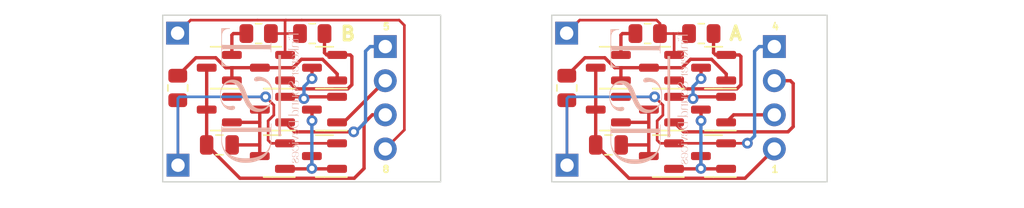
<source format=kicad_pcb>
(kicad_pcb (version 20211014) (generator pcbnew)
  (layers (0 "F.Cu" signal) (31 "B.Cu" signal) (34 "B.Paste" user) (35 "F.Paste" user) (36 "B.SilkS" user "B.Silkscreen") (37 "F.SilkS" user "F.Silkscreen") (38 "B.Mask" user) (39 "F.Mask" user) (44 "Edge.Cuts" user))
  (net 0 "")
  (net 1 "Net-(C1-Pad1)")
  (net 2 "OUT 1")
  (net 3 "IN+ 1")
  (net 4 "Net-(Q1-Pad2)")
  (net 5 "Net-(Q2-Pad1)")
  (net 6 "V-")
  (net 7 "Net-(Q3-Pad1)")
  (net 8 "Net-(Q3-Pad2)")
  (net 9 "IN- 1")
  (net 10 "V+")
  (net 11 "Net-(Q7-Pad2)")
  (footprint "Package_TO_SOT_SMD:SOT-23" (layer "F.Cu") (at 112.0825 82.331463 180)
    (fp_text reference "Q3" hide)
    (fp_text value "BC859")
    (pad "1" smd roundrect locked (at -0.9375 -0.95 180) (size 1.475 0.6) (layers "F.Cu" "F.Paste" "F.Mask") (net 7 "Net-(Q3-Pad1)"))
    (pad "2" smd roundrect locked (at -0.9375 0.95 180) (size 1.475 0.6) (layers "F.Cu" "F.Paste" "F.Mask") (net 8 "Net-(Q3-Pad2)"))
    (pad "3" smd roundrect locked (at 0.9375 0 180) (size 1.475 0.6) (layers "F.Cu" "F.Paste" "F.Mask") (net 4 "Net-(Q1-Pad2)"))
  )
  (footprint "Resistor_SMD:R_0805_2012Metric" (layer "F.Cu") (at 130.1125 83.84 -90)
    (fp_text reference "R2" hide)
    (fp_text value "22K")
    (pad "1" smd roundrect locked (at -0.9125 0 270) (size 1.025 1.4) (layers "F.Cu" "F.Paste" "F.Mask") (roundrect_rratio 0.243902) (net 7 "Net-(Q3-Pad1)"))
    (pad "2" smd roundrect locked (at 0.9125 0 270) (size 1.025 1.4) (layers "F.Cu" "F.Paste" "F.Mask") (roundrect_rratio 0.243902) (net 6 "V-"))
  )
  (footprint "Package_TO_SOT_SMD:SOT-23" (layer "F.Cu") (at 112.0725 85.45 180)
    (fp_text reference "Q5" hide)
    (fp_text value "BC859")
    (pad "1" smd roundrect locked (at -0.9375 -0.95 180) (size 1.475 0.6) (layers "F.Cu" "F.Paste" "F.Mask") (net 9 "IN- 1"))
    (pad "2" smd roundrect locked (at -0.9375 0.95 180) (size 1.475 0.6) (layers "F.Cu" "F.Paste" "F.Mask") (net 4 "Net-(Q1-Pad2)"))
    (pad "3" smd roundrect locked (at 0.9375 0 180) (size 1.475 0.6) (layers "F.Cu" "F.Paste" "F.Mask") (net 5 "Net-(Q2-Pad1)"))
  )
  (footprint "Package_TO_SOT_SMD:SOT-23" (layer "F.Cu") (at 137.1525 88.91 180)
    (fp_text reference "Q2" hide)
    (fp_text value "BC849")
    (pad "1" smd roundrect locked (at -0.9375 -0.95 180) (size 1.475 0.6) (layers "F.Cu" "F.Paste" "F.Mask") (net 5 "Net-(Q2-Pad1)"))
    (pad "2" smd roundrect locked (at -0.9375 0.95 180) (size 1.475 0.6) (layers "F.Cu" "F.Paste" "F.Mask") (net 6 "V-"))
    (pad "3" smd roundrect locked (at 0.9375 0 180) (size 1.475 0.6) (layers "F.Cu" "F.Paste" "F.Mask") (net 1 "Net-(C1-Pad1)"))
  )
  (footprint "Connector_PinHeader_2.54mm:PinHeader_1x01_P2.54mm_Vertical" (layer "F.Cu") (at 101.17 89.59)
    (fp_text reference "REF**" hide)
    (fp_text value "PinHeader_1x01_P2.54mm_Vertical")
    (pad "1" thru_hole rect (at 0 0) (size 1.7 1.7) (drill 1) (layers *.Cu *.Mask) (net 6 "V-"))
  )
  (footprint "Resistor_SMD:R_0805_2012Metric" (layer "F.Cu") (at 107.1725 79.79 180)
    (fp_text reference "R3" hide)
    (fp_text value "68R")
    (pad "1" smd roundrect locked (at -0.9125 0 180) (size 1.025 1.4) (layers "F.Cu" "F.Paste" "F.Mask") (roundrect_rratio 0.243902) (net 10 "V+"))
    (pad "2" smd roundrect locked (at 0.9125 0 180) (size 1.025 1.4) (layers "F.Cu" "F.Paste" "F.Mask") (roundrect_rratio 0.243902) (net 11 "Net-(Q7-Pad2)"))
  )
  (footprint "Package_TO_SOT_SMD:SOT-23" (layer "F.Cu") (at 112.0725 88.91 180)
    (fp_text reference "Q4" hide)
    (fp_text value "BC849")
    (pad "1" smd roundrect locked (at -0.9375 -0.95 180) (size 1.475 0.6) (layers "F.Cu" "F.Paste" "F.Mask") (net 5 "Net-(Q2-Pad1)"))
    (pad "2" smd roundrect locked (at -0.9375 0.95 180) (size 1.475 0.6) (layers "F.Cu" "F.Paste" "F.Mask") (net 6 "V-"))
    (pad "3" smd roundrect locked (at 0.9375 0 180) (size 1.475 0.6) (layers "F.Cu" "F.Paste" "F.Mask") (net 5 "Net-(Q2-Pad1)"))
  )
  (footprint "Package_TO_SOT_SMD:SOT-23" (layer "F.Cu") (at 141.0325 85.45 180)
    (fp_text reference "Q5" hide)
    (fp_text value "BC859")
    (pad "1" smd roundrect locked (at -0.9375 -0.95 180) (size 1.475 0.6) (layers "F.Cu" "F.Paste" "F.Mask") (net 9 "IN- 1"))
    (pad "2" smd roundrect locked (at -0.9375 0.95 180) (size 1.475 0.6) (layers "F.Cu" "F.Paste" "F.Mask") (net 4 "Net-(Q1-Pad2)"))
    (pad "3" smd roundrect locked (at 0.9375 0 180) (size 1.475 0.6) (layers "F.Cu" "F.Paste" "F.Mask") (net 5 "Net-(Q2-Pad1)"))
  )
  (footprint "Package_TO_SOT_SMD:SOT-23" (layer "F.Cu") (at 137.1625 85.45 180)
    (fp_text reference "Q1" hide)
    (fp_text value "BC859")
    (pad "1" smd roundrect locked (at -0.9375 -0.95 180) (size 1.475 0.6) (layers "F.Cu" "F.Paste" "F.Mask") (net 3 "IN+ 1"))
    (pad "2" smd roundrect locked (at -0.9375 0.95 180) (size 1.475 0.6) (layers "F.Cu" "F.Paste" "F.Mask") (net 4 "Net-(Q1-Pad2)"))
    (pad "3" smd roundrect locked (at 0.9375 0 180) (size 1.475 0.6) (layers "F.Cu" "F.Paste" "F.Mask") (net 1 "Net-(C1-Pad1)"))
  )
  (footprint "Package_TO_SOT_SMD:SOT-23" (layer "F.Cu") (at 108.2025 82.331463 180)
    (fp_text reference "Q6" hide)
    (fp_text value "BC859")
    (pad "1" smd roundrect locked (at -0.9375 -0.95 180) (size 1.475 0.6) (layers "F.Cu" "F.Paste" "F.Mask") (net 8 "Net-(Q3-Pad2)"))
    (pad "2" smd roundrect locked (at -0.9375 0.95 180) (size 1.475 0.6) (layers "F.Cu" "F.Paste" "F.Mask") (net 10 "V+"))
    (pad "3" smd roundrect locked (at 0.9375 0 180) (size 1.475 0.6) (layers "F.Cu" "F.Paste" "F.Mask") (net 7 "Net-(Q3-Pad1)"))
  )
  (footprint "Connector_PinHeader_2.54mm:PinHeader_1x01_P2.54mm_Vertical" (layer "F.Cu") (at 130.13 89.59)
    (fp_text reference "REF**" hide)
    (fp_text value "PinHeader_1x01_P2.54mm_Vertical")
    (pad "1" thru_hole rect (at 0 0) (size 1.7 1.7) (drill 1) (layers *.Cu *.Mask) (net 6 "V-"))
  )
  (footprint "Capacitor_SMD:C_0805_2012Metric" (layer "F.Cu") (at 133.2125 88.08 180)
    (fp_text reference "C1" hide)
    (fp_text value "68p")
    (pad "1" smd roundrect locked (at -0.95 0 180) (size 1 1.45) (layers "F.Cu" "F.Paste" "F.Mask") (net 1 "Net-(C1-Pad1)"))
    (pad "2" smd roundrect locked (at 0.95 0 180) (size 1 1.45) (layers "F.Cu" "F.Paste" "F.Mask") (net 2 "OUT 1"))
  )
  (footprint "Package_TO_SOT_SMD:SOT-23" (layer "F.Cu") (at 104.2425 85.45 180)
    (fp_text reference "Q8" hide)
    (fp_text value "BC849")
    (pad "1" smd roundrect locked (at -0.9375 -0.95 180) (size 1.475 0.6) (layers "F.Cu" "F.Paste" "F.Mask") (net 1 "Net-(C1-Pad1)"))
    (pad "2" smd roundrect locked (at -0.9375 0.95 180) (size 1.475 0.6) (layers "F.Cu" "F.Paste" "F.Mask") (net 6 "V-"))
    (pad "3" smd roundrect locked (at 0.9375 0 180) (size 1.475 0.6) (layers "F.Cu" "F.Paste" "F.Mask") (net 2 "OUT 1"))
  )
  (footprint "Resistor_SMD:R_0805_2012Metric" (layer "F.Cu") (at 140.1225 79.79)
    (fp_text reference "R1" hide)
    (fp_text value "1K8")
    (pad "1" smd roundrect locked (at -0.9125 0) (size 1.025 1.4) (layers "F.Cu" "F.Paste" "F.Mask") (roundrect_rratio 0.243902) (net 10 "V+"))
    (pad "2" smd roundrect locked (at 0.9125 0) (size 1.025 1.4) (layers "F.Cu" "F.Paste" "F.Mask") (roundrect_rratio 0.243902) (net 8 "Net-(Q3-Pad2)"))
  )
  (footprint "Package_TO_SOT_SMD:SOT-23" (layer "F.Cu") (at 104.2425 82.331463 180)
    (fp_text reference "Q7" hide)
    (fp_text value "BC859")
    (pad "1" smd roundrect locked (at -0.9375 -0.95 180) (size 1.475 0.6) (layers "F.Cu" "F.Paste" "F.Mask") (net 7 "Net-(Q3-Pad1)"))
    (pad "2" smd roundrect locked (at -0.9375 0.95 180) (size 1.475 0.6) (layers "F.Cu" "F.Paste" "F.Mask") (net 11 "Net-(Q7-Pad2)"))
    (pad "3" smd roundrect locked (at 0.9375 0 180) (size 1.475 0.6) (layers "F.Cu" "F.Paste" "F.Mask") (net 2 "OUT 1"))
  )
  (footprint "Package_TO_SOT_SMD:SOT-23" (layer "F.Cu") (at 133.2025 85.45 180)
    (fp_text reference "Q8" hide)
    (fp_text value "BC849")
    (pad "1" smd roundrect locked (at -0.9375 -0.95 180) (size 1.475 0.6) (layers "F.Cu" "F.Paste" "F.Mask") (net 1 "Net-(C1-Pad1)"))
    (pad "2" smd roundrect locked (at -0.9375 0.95 180) (size 1.475 0.6) (layers "F.Cu" "F.Paste" "F.Mask") (net 6 "V-"))
    (pad "3" smd roundrect locked (at 0.9375 0 180) (size 1.475 0.6) (layers "F.Cu" "F.Paste" "F.Mask") (net 2 "OUT 1"))
  )
  (footprint "Package_TO_SOT_SMD:SOT-23" (layer "F.Cu") (at 133.2025 82.331463 180)
    (fp_text reference "Q7" hide)
    (fp_text value "BC859")
    (pad "1" smd roundrect locked (at -0.9375 -0.95 180) (size 1.475 0.6) (layers "F.Cu" "F.Paste" "F.Mask") (net 7 "Net-(Q3-Pad1)"))
    (pad "2" smd roundrect locked (at -0.9375 0.95 180) (size 1.475 0.6) (layers "F.Cu" "F.Paste" "F.Mask") (net 11 "Net-(Q7-Pad2)"))
    (pad "3" smd roundrect locked (at 0.9375 0 180) (size 1.475 0.6) (layers "F.Cu" "F.Paste" "F.Mask") (net 2 "OUT 1"))
  )
  (footprint "Package_TO_SOT_SMD:SOT-23" (layer "F.Cu") (at 141.0325 88.91 180)
    (fp_text reference "Q4" hide)
    (fp_text value "BC849")
    (pad "1" smd roundrect locked (at -0.9375 -0.95 180) (size 1.475 0.6) (layers "F.Cu" "F.Paste" "F.Mask") (net 5 "Net-(Q2-Pad1)"))
    (pad "2" smd roundrect locked (at -0.9375 0.95 180) (size 1.475 0.6) (layers "F.Cu" "F.Paste" "F.Mask") (net 6 "V-"))
    (pad "3" smd roundrect locked (at 0.9375 0 180) (size 1.475 0.6) (layers "F.Cu" "F.Paste" "F.Mask") (net 5 "Net-(Q2-Pad1)"))
  )
  (footprint "Resistor_SMD:R_0805_2012Metric" (layer "F.Cu") (at 136.1325 79.79 180)
    (fp_text reference "R3" hide)
    (fp_text value "68R")
    (pad "1" smd roundrect locked (at -0.9125 0 180) (size 1.025 1.4) (layers "F.Cu" "F.Paste" "F.Mask") (roundrect_rratio 0.243902) (net 10 "V+"))
    (pad "2" smd roundrect locked (at 0.9125 0 180) (size 1.025 1.4) (layers "F.Cu" "F.Paste" "F.Mask") (roundrect_rratio 0.243902) (net 11 "Net-(Q7-Pad2)"))
  )
  (footprint "Resistor_SMD:R_0805_2012Metric" (layer "F.Cu") (at 101.1525 83.84 -90)
    (fp_text reference "R2" hide)
    (fp_text value "22K")
    (pad "1" smd roundrect locked (at -0.9125 0 270) (size 1.025 1.4) (layers "F.Cu" "F.Paste" "F.Mask") (roundrect_rratio 0.243902) (net 7 "Net-(Q3-Pad1)"))
    (pad "2" smd roundrect locked (at 0.9125 0 270) (size 1.025 1.4) (layers "F.Cu" "F.Paste" "F.Mask") (roundrect_rratio 0.243902) (net 6 "V-"))
  )
  (footprint "Connector_PinHeader_2.54mm:PinHeader_1x04_P2.54mm_Horizontal" (layer "F.Cu") (at 116.6 80.76)
    (fp_text reference "REF**" hide)
    (fp_text value "PinHeader_1x04_P2.54mm_Horizontal")
    (pad "1" thru_hole rect (at 0 0) (size 1.7 1.7) (drill 1) (layers *.Cu *.Mask) (net 3 "IN+ 1"))
    (pad "2" thru_hole oval (at 0 2.54) (size 1.7 1.7) (drill 1) (layers *.Cu *.Mask) (net 9 "IN- 1"))
    (pad "3" thru_hole oval (at 0 5.08) (size 1.7 1.7) (drill 1) (layers *.Cu *.Mask) (net 2 "OUT 1"))
    (pad "4" thru_hole oval (at 0 7.62) (size 1.7 1.7) (drill 1) (layers *.Cu *.Mask) (net 10 "V+"))
  )
  (footprint "Package_TO_SOT_SMD:SOT-23" (layer "F.Cu") (at 108.1925 88.91 180)
    (fp_text reference "Q2" hide)
    (fp_text value "BC849")
    (pad "1" smd roundrect locked (at -0.9375 -0.95 180) (size 1.475 0.6) (layers "F.Cu" "F.Paste" "F.Mask") (net 5 "Net-(Q2-Pad1)"))
    (pad "2" smd roundrect locked (at -0.9375 0.95 180) (size 1.475 0.6) (layers "F.Cu" "F.Paste" "F.Mask") (net 6 "V-"))
    (pad "3" smd roundrect locked (at 0.9375 0 180) (size 1.475 0.6) (layers "F.Cu" "F.Paste" "F.Mask") (net 1 "Net-(C1-Pad1)"))
  )
  (footprint "Capacitor_SMD:C_0805_2012Metric" (layer "F.Cu") (at 104.2525 88.08 180)
    (fp_text reference "C1" hide)
    (fp_text value "68p")
    (pad "1" smd roundrect locked (at -0.95 0 180) (size 1 1.45) (layers "F.Cu" "F.Paste" "F.Mask") (net 1 "Net-(C1-Pad1)"))
    (pad "2" smd roundrect locked (at 0.95 0 180) (size 1 1.45) (layers "F.Cu" "F.Paste" "F.Mask") (net 2 "OUT 1"))
  )
  (footprint "Connector_PinHeader_2.54mm:PinHeader_1x01_P2.54mm_Vertical" (layer "F.Cu") (at 130.1 79.76)
    (fp_text reference "REF**" hide)
    (fp_text value "PinHeader_1x01_P2.54mm_Vertical")
    (pad "1" thru_hole rect (at 0 0) (size 1.7 1.7) (drill 1) (layers *.Cu *.Mask) (net 10 "V+"))
  )
  (footprint "Package_TO_SOT_SMD:SOT-23" (layer "F.Cu") (at 108.2025 85.45 180)
    (fp_text reference "Q1" hide)
    (fp_text value "BC859")
    (pad "1" smd roundrect locked (at -0.9375 -0.95 180) (size 1.475 0.6) (layers "F.Cu" "F.Paste" "F.Mask") (net 3 "IN+ 1"))
    (pad "2" smd roundrect locked (at -0.9375 0.95 180) (size 1.475 0.6) (layers "F.Cu" "F.Paste" "F.Mask") (net 4 "Net-(Q1-Pad2)"))
    (pad "3" smd roundrect locked (at 0.9375 0 180) (size 1.475 0.6) (layers "F.Cu" "F.Paste" "F.Mask") (net 1 "Net-(C1-Pad1)"))
  )
  (footprint "Resistor_SMD:R_0805_2012Metric" (layer "F.Cu") (at 111.1625 79.79)
    (fp_text reference "R1" hide)
    (fp_text value "1K8")
    (pad "1" smd roundrect locked (at -0.9125 0) (size 1.025 1.4) (layers "F.Cu" "F.Paste" "F.Mask") (roundrect_rratio 0.243902) (net 10 "V+"))
    (pad "2" smd roundrect locked (at 0.9125 0) (size 1.025 1.4) (layers "F.Cu" "F.Paste" "F.Mask") (roundrect_rratio 0.243902) (net 8 "Net-(Q3-Pad2)"))
  )
  (footprint "Connector_PinHeader_2.54mm:PinHeader_1x01_P2.54mm_Vertical" (layer "F.Cu") (at 101.14 79.76)
    (fp_text reference "REF**" hide)
    (fp_text value "PinHeader_1x01_P2.54mm_Vertical")
    (pad "1" thru_hole rect (at 0 0) (size 1.7 1.7) (drill 1) (layers *.Cu *.Mask) (net 10 "V+"))
  )
  (footprint "Package_TO_SOT_SMD:SOT-23" (layer "F.Cu") (at 137.1625 82.331463 180)
    (fp_text reference "Q6" hide)
    (fp_text value "BC859")
    (pad "1" smd roundrect locked (at -0.9375 -0.95 180) (size 1.475 0.6) (layers "F.Cu" "F.Paste" "F.Mask") (net 8 "Net-(Q3-Pad2)"))
    (pad "2" smd roundrect locked (at -0.9375 0.95 180) (size 1.475 0.6) (layers "F.Cu" "F.Paste" "F.Mask") (net 10 "V+"))
    (pad "3" smd roundrect locked (at 0.9375 0 180) (size 1.475 0.6) (layers "F.Cu" "F.Paste" "F.Mask") (net 7 "Net-(Q3-Pad1)"))
  )
  (footprint "Connector_PinHeader_2.54mm:PinHeader_1x04_P2.54mm_Horizontal" (layer "F.Cu") (at 145.56 80.76)
    (fp_text reference "REF**" hide)
    (fp_text value "PinHeader_1x04_P2.54mm_Horizontal")
    (pad "1" thru_hole rect (at 0 0) (size 1.7 1.7) (drill 1) (layers *.Cu *.Mask) (net 6 "V-"))
    (pad "2" thru_hole oval (at 0 2.54) (size 1.7 1.7) (drill 1) (layers *.Cu *.Mask) (net 3 "IN+ 1"))
    (pad "3" thru_hole oval (at 0 5.08) (size 1.7 1.7) (drill 1) (layers *.Cu *.Mask) (net 9 "IN- 1"))
    (pad "4" thru_hole oval (at 0 7.62) (size 1.7 1.7) (drill 1) (layers *.Cu *.Mask) (net 2 "OUT 1"))
  )
  (footprint "Package_TO_SOT_SMD:SOT-23" (layer "F.Cu") (at 141.0425 82.331463 180)
    (fp_text reference "Q3" hide)
    (fp_text value "BC859")
    (pad "1" smd roundrect locked (at -0.9375 -0.95 180) (size 1.475 0.6) (layers "F.Cu" "F.Paste" "F.Mask") (net 7 "Net-(Q3-Pad1)"))
    (pad "2" smd roundrect locked (at -0.9375 0.95 180) (size 1.475 0.6) (layers "F.Cu" "F.Paste" "F.Mask") (net 8 "Net-(Q3-Pad2)"))
    (pad "3" smd roundrect locked (at 0.9375 0 180) (size 1.475 0.6) (layers "F.Cu" "F.Paste" "F.Mask") (net 4 "Net-(Q1-Pad2)"))
  )
  (footprint "Custom Library:Logo_15mm" (layer "B.Cu") (at 136.62 84.58 -90)
    (fp_text reference "G***" hide)
    (fp_text value "LOGO" hide)
  )
  (footprint "Custom Library:Logo_15mm" (layer "B.Cu") (at 107.649479 84.500962 -90)
    (fp_text reference "G***" hide)
    (fp_text value "LOGO" hide)
  )
  (gr_rect (start 149.49 90.83) (end 128.99 78.42) (layer "Edge.Cuts") (width 0.1) (fill none))
  (gr_rect (start 120.72 90.83) (end 100.03 78.42) (layer "Edge.Cuts") (width 0.1) (fill none))
  (gr_text "B" (at 113.82 79.8) (layer "F.SilkS") (effects (font (size 1 1) (thickness 0.25))))
  (gr_text "8" (at 116.65 89.89) (layer "F.SilkS") (effects (font (size 0.5 0.5) (thickness 0.125))))
  (gr_text "5" (at 116.678252 79.27) (layer "F.SilkS") (effects (font (size 0.5 0.5) (thickness 0.125))))
  (gr_text "4" (at 145.638252 79.27) (layer "F.SilkS") (effects (font (size 0.5 0.5) (thickness 0.125))))
  (gr_text "A" (at 142.68 79.78) (layer "F.SilkS") (effects (font (size 1 1) (thickness 0.25))))
  (gr_text "1" (at 145.61 89.89) (layer "F.SilkS") (effects (font (size 0.5 0.5) (thickness 0.125))))
  (segment (start 107.255 86.4175) (end 107.255 85.46) (width 0.25) (layer "F.Cu") (net 1))
  (segment (start 136.1825 88.08) (end 136.215 88.1125) (width 0.25) (layer "F.Cu") (net 1))
  (segment (start 107.255 85.46) (end 107.265 85.45) (width 0.25) (layer "F.Cu") (net 1))
  (segment (start 136.215 85.46) (end 136.225 85.45) (width 0.25) (layer "F.Cu") (net 1))
  (segment (start 105.2025 86.4225) (end 105.18 86.4) (width 0.25) (layer "F.Cu") (net 1))
  (segment (start 136.215 86.4175) (end 136.215 85.46) (width 0.25) (layer "F.Cu") (net 1))
  (segment (start 105.2025 88.08) (end 107.2225 88.08) (width 0.25) (layer "F.Cu") (net 1))
  (segment (start 107.2375 86.4) (end 107.255 86.4175) (width 0.25) (layer "F.Cu") (net 1))
  (segment (start 136.215 88.1125) (end 136.215 86.4175) (width 0.25) (layer "F.Cu") (net 1))
  (segment (start 134.1625 86.4225) (end 134.14 86.4) (width 0.25) (layer "F.Cu") (net 1))
  (segment (start 105.18 86.4) (end 107.2375 86.4) (width 0.25) (layer "F.Cu") (net 1))
  (segment (start 134.14 86.4) (end 136.1975 86.4) (width 0.25) (layer "F.Cu") (net 1))
  (segment (start 134.1625 88.08) (end 136.1825 88.08) (width 0.25) (layer "F.Cu") (net 1))
  (segment (start 107.255 88.91) (end 107.255 88.1125) (width 0.25) (layer "F.Cu") (net 1))
  (segment (start 107.2225 88.08) (end 107.255 88.1125) (width 0.25) (layer "F.Cu") (net 1))
  (segment (start 136.1975 86.4) (end 136.215 86.4175) (width 0.25) (layer "F.Cu") (net 1))
  (segment (start 107.255 88.1125) (end 107.255 86.4175) (width 0.25) (layer "F.Cu") (net 1))
  (segment (start 136.215 88.91) (end 136.215 88.1125) (width 0.25) (layer "F.Cu") (net 1))
  (segment (start 103.3025 85.4525) (end 103.305 85.45) (width 0.25) (layer "F.Cu") (net 2))
  (segment (start 132.2625 88.08) (end 134.7425 90.56) (width 0.25) (layer "F.Cu") (net 2))
  (segment (start 132.2625 88.08) (end 132.2625 85.4525) (width 0.25) (layer "F.Cu") (net 2))
  (segment (start 114.29 90.56) (end 115.02 89.83) (width 0.25) (layer "F.Cu") (net 2))
  (segment (start 132.265 82.331463) (end 132.265 85.45) (width 0.25) (layer "F.Cu") (net 2))
  (segment (start 103.3025 88.08) (end 105.7825 90.56) (width 0.25) (layer "F.Cu") (net 2))
  (segment (start 132.2625 85.4525) (end 132.265 85.45) (width 0.25) (layer "F.Cu") (net 2))
  (segment (start 143.38 90.56) (end 145.56 88.38) (width 0.25) (layer "F.Cu") (net 2))
  (segment (start 115.635 85.84) (end 116.6 85.84) (width 0.25) (layer "F.Cu") (net 2))
  (segment (start 115.02 86.455) (end 115.635 85.84) (width 0.25) (layer "F.Cu") (net 2))
  (segment (start 134.7425 90.56) (end 143.38 90.56) (width 0.25) (layer "F.Cu") (net 2))
  (segment (start 105.7825 90.56) (end 114.29 90.56) (width 0.25) (layer "F.Cu") (net 2))
  (segment (start 103.305 82.331463) (end 103.305 85.45) (width 0.25) (layer "F.Cu") (net 2))
  (segment (start 103.3025 88.08) (end 103.3025 85.4525) (width 0.25) (layer "F.Cu") (net 2))
  (segment (start 115.02 89.83) (end 115.02 86.455) (width 0.25) (layer "F.Cu") (net 2))
  (segment (start 146.965 83.51) (end 146.755 83.3) (width 0.25) (layer "F.Cu") (net 3))
  (segment (start 138.1 86.4) (end 138.805 87.105) (width 0.25) (layer "F.Cu") (net 3))
  (segment (start 138.805 87.105) (end 146.58 87.105) (width 0.25) (layer "F.Cu") (net 3))
  (segment (start 114.36 87.105) (end 114.38 87.085) (width 0.25) (layer "F.Cu") (net 3))
  (segment (start 109.14 86.4) (end 109.76452 87.02452) (width 0.25) (layer "F.Cu") (net 3))
  (segment (start 146.965 86.72) (end 146.965 83.51) (width 0.25) (layer "F.Cu") (net 3))
  (segment (start 109.76452 87.02452) (end 109.845 87.105) (width 0.25) (layer "F.Cu") (net 3))
  (segment (start 111.6 87.105) (end 114.25 87.105) (width 0.25) (layer "F.Cu") (net 3))
  (segment (start 146.58 87.105) (end 146.965 86.72) (width 0.25) (layer "F.Cu") (net 3))
  (segment (start 109.845 87.105) (end 111.6 87.105) (width 0.25) (layer "F.Cu") (net 3))
  (segment (start 146.755 83.3) (end 145.56 83.3) (width 0.25) (layer "F.Cu") (net 3))
  (via (at 114.25 87.105) (size 0.8) (drill 0.4) (layers "F.Cu" "B.Cu") (net 3))
  (segment (start 115.13 86.365) (end 115.13 81.105) (width 0.25) (layer "B.Cu") (net 3))
  (segment (start 115.13 81.105) (end 115.475 80.76) (width 0.25) (layer "B.Cu") (net 3))
  (segment (start 114.39 87.105) (end 115.13 86.365) (width 0.25) (layer "B.Cu") (net 3))
  (segment (start 115.475 80.76) (end 116.6 80.76) (width 0.25) (layer "B.Cu") (net 3))
  (segment (start 114.25 87.105) (end 114.39 87.105) (width 0.25) (layer "B.Cu") (net 3))
  (segment (start 110.417078 84.5) (end 110.547561 84.630483) (width 0.25) (layer "F.Cu") (net 4))
  (segment (start 140.105 82.331463) (end 140.105 83.143298) (width 0.25) (layer "F.Cu") (net 4))
  (segment (start 140.1025 83.29) (end 140.1025 83.217168) (width 0.25) (layer "F.Cu") (net 4))
  (segment (start 141.98 84.5) (end 139.638044 84.5) (width 0.25) (layer "F.Cu") (net 4))
  (segment (start 138.1 84.5) (end 139.377078 84.5) (width 0.25) (layer "F.Cu") (net 4))
  (segment (start 139.377078 84.5) (end 139.507561 84.630483) (width 0.25) (layer "F.Cu") (net 4))
  (segment (start 110.678044 84.5) (end 110.547561 84.630483) (width 0.25) (layer "F.Cu") (net 4))
  (segment (start 111.1425 83.29) (end 111.1425 83.217168) (width 0.25) (layer "F.Cu") (net 4))
  (segment (start 111.145 82.331463) (end 111.145 83.143298) (width 0.25) (layer "F.Cu") (net 4))
  (segment (start 139.638044 84.5) (end 139.507561 84.630483) (width 0.25) (layer "F.Cu") (net 4))
  (segment (start 113.02 84.5) (end 110.678044 84.5) (width 0.25) (layer "F.Cu") (net 4))
  (segment (start 109.14 84.5) (end 110.417078 84.5) (width 0.25) (layer "F.Cu") (net 4))
  (via (at 139.507561 84.630483) (size 0.8) (drill 0.4) (layers "F.Cu" "B.Cu") (net 4))
  (via (at 140.105 83.143298) (size 0.8) (drill 0.4) (layers "F.Cu" "B.Cu") (net 4))
  (via (at 111.145 83.143298) (size 0.8) (drill 0.4) (layers "F.Cu" "B.Cu") (net 4))
  (via (at 110.547561 84.630483) (size 0.8) (drill 0.4) (layers "F.Cu" "B.Cu") (net 4))
  (segment (start 110.547561 84.630483) (end 110.547561 83.740737) (width 0.25) (layer "B.Cu") (net 4))
  (segment (start 110.547561 83.740737) (end 111.145 83.143298) (width 0.25) (layer "B.Cu") (net 4))
  (segment (start 139.507561 84.630483) (end 139.507561 83.740737) (width 0.25) (layer "B.Cu") (net 4))
  (segment (start 139.507561 83.740737) (end 140.105 83.143298) (width 0.25) (layer "B.Cu") (net 4))
  (segment (start 111.1625 89.86) (end 109.13 89.86) (width 0.25) (layer "F.Cu") (net 5))
  (segment (start 140.1225 89.86) (end 138.09 89.86) (width 0.25) (layer "F.Cu") (net 5))
  (segment (start 140.095 89.8325) (end 140.1225 89.86) (width 0.25) (layer "F.Cu") (net 5))
  (segment (start 140.105 86.2775) (end 140.105 85.45) (width 0.25) (layer "F.Cu") (net 5))
  (segment (start 111.135 88.91) (end 111.135 89.8275) (width 0.25) (layer "F.Cu") (net 5))
  (segment (start 141.97 89.86) (end 140.1225 89.86) (width 0.25) (layer "F.Cu") (net 5))
  (segment (start 111.135 89.8275) (end 111.135 89.8325) (width 0.25) (layer "F.Cu") (net 5))
  (segment (start 140.095 88.91) (end 140.095 89.8275) (width 0.25) (layer "F.Cu") (net 5))
  (segment (start 140.095 89.8275) (end 140.095 89.8325) (width 0.25) (layer "F.Cu") (net 5))
  (segment (start 113.01 89.86) (end 111.1625 89.86) (width 0.25) (layer "F.Cu") (net 5))
  (segment (start 111.135 89.8325) (end 111.1625 89.86) (width 0.25) (layer "F.Cu") (net 5))
  (segment (start 111.145 86.2775) (end 111.145 85.45) (width 0.25) (layer "F.Cu") (net 5))
  (via (at 140.095 89.8275) (size 0.8) (drill 0.4) (layers "F.Cu" "B.Cu") (net 5))
  (via (at 111.135 89.8275) (size 0.8) (drill 0.4) (layers "F.Cu" "B.Cu") (net 5))
  (via (at 140.105 86.2775) (size 0.8) (drill 0.4) (layers "F.Cu" "B.Cu") (net 5))
  (via (at 111.145 86.2775) (size 0.8) (drill 0.4) (layers "F.Cu" "B.Cu") (net 5))
  (segment (start 140.095 86.2875) (end 140.095 89.8275) (width 0.25) (layer "B.Cu") (net 5))
  (segment (start 111.145 86.2775) (end 111.135 86.2875) (width 0.25) (layer "B.Cu") (net 5))
  (segment (start 140.105 86.2775) (end 140.095 86.2875) (width 0.25) (layer "B.Cu") (net 5))
  (segment (start 111.135 86.2875) (end 111.135 89.8275) (width 0.25) (layer "B.Cu") (net 5))
  (segment (start 107.88 87.73) (end 108.11 87.96) (width 0.2) (layer "F.Cu") (net 6))
  (segment (start 108.11 87.96) (end 109.13 87.96) (width 0.2) (layer "F.Cu") (net 6))
  (segment (start 141.97 87.96) (end 143.545 87.96) (width 0.2) (layer "F.Cu") (net 6))
  (segment (start 113.01 87.96) (end 109.13 87.96) (width 0.2) (layer "F.Cu") (net 6))
  (segment (start 130.12 84.76) (end 130.1125 84.7525) (width 0.2) (layer "F.Cu") (net 6))
  (segment (start 130.12 89.31) (end 130.12 84.76) (width 0.2) (layer "F.Cu") (net 6))
  (segment (start 143.545 87.96) (end 143.555 87.95) (width 0.2) (layer "F.Cu") (net 6))
  (segment (start 141.97 87.96) (end 138.09 87.96) (width 0.2) (layer "F.Cu") (net 6))
  (segment (start 108.30202 85.113803) (end 108.30202 85.864763) (width 0.2) (layer "F.Cu") (net 6))
  (segment (start 108.30202 85.864763) (end 107.88 86.286783) (width 0.2) (layer "F.Cu") (net 6))
  (segment (start 107.88 86.286783) (end 107.88 87.73) (width 0.2) (layer "F.Cu") (net 6))
  (segment (start 105.18 84.5) (end 107.688217 84.5) (width 0.2) (layer "F.Cu") (net 6))
  (segment (start 134.14 84.5) (end 136.648217 84.5) (width 0.2) (layer "F.Cu") (net 6))
  (segment (start 137.26202 85.113803) (end 137.26202 85.864763) (width 0.2) (layer "F.Cu") (net 6))
  (segment (start 101.16 89.31) (end 101.16 84.76) (width 0.2) (layer "F.Cu") (net 6))
  (segment (start 137.07 87.96) (end 138.09 87.96) (width 0.2) (layer "F.Cu") (net 6))
  (segment (start 137.26202 85.864763) (end 136.84 86.286783) (width 0.2) (layer "F.Cu") (net 6))
  (segment (start 136.84 86.286783) (end 136.84 87.73) (width 0.2) (layer "F.Cu") (net 6))
  (segment (start 101.16 84.76) (end 101.1525 84.7525) (width 0.2) (layer "F.Cu") (net 6))
  (segment (start 107.688217 84.5) (end 108.30202 85.113803) (width 0.2) (layer "F.Cu") (net 6))
  (segment (start 136.648217 84.5) (end 137.26202 85.113803) (width 0.2) (layer "F.Cu") (net 6))
  (segment (start 136.84 87.73) (end 137.07 87.96) (width 0.2) (layer "F.Cu") (net 6))
  (via (at 143.555 87.95) (size 0.8) (drill 0.4) (layers "F.Cu" "B.Cu") (net 6))
  (via (at 107.688217 84.5) (size 0.8) (drill 0.4) (layers "F.Cu" "B.Cu") (net 6))
  (via (at 136.648217 84.5) (size 0.8) (drill 0.4) (layers "F.Cu" "B.Cu") (net 6))
  (segment (start 144.09 81.105) (end 144.09 87.415) (width 0.25) (layer "B.Cu") (net 6))
  (segment (start 136.648217 84.5) (end 130.24 84.5) (width 0.2) (layer "B.Cu") (net 6))
  (segment (start 130.12 84.62) (end 130.12 89.31) (width 0.2) (layer "B.Cu") (net 6))
  (segment (start 101.16 84.62) (end 101.16 89.31) (width 0.2) (layer "B.Cu") (net 6))
  (segment (start 130.24 84.5) (end 130.12 84.62) (width 0.2) (layer "B.Cu") (net 6))
  (segment (start 144.09 87.415) (end 143.555 87.95) (width 0.25) (layer "B.Cu") (net 6))
  (segment (start 145.56 80.76) (end 144.435 80.76) (width 0.25) (layer "B.Cu") (net 6))
  (segment (start 144.435 80.76) (end 144.09 81.105) (width 0.25) (layer "B.Cu") (net 6))
  (segment (start 107.688217 84.5) (end 101.28 84.5) (width 0.2) (layer "B.Cu") (net 6))
  (segment (start 101.28 84.5) (end 101.16 84.62) (width 0.2) (layer "B.Cu") (net 6))
  (segment (start 105.18 83.281463) (end 105.18 82.3925) (width 0.25) (layer "F.Cu") (net 7))
  (segment (start 130.1125 82.9275) (end 130.125 82.9275) (width 0.25) (layer "F.Cu") (net 7))
  (segment (start 109.736428 82.331463) (end 110.367891 81.7) (width 0.25) (layer "F.Cu") (net 7))
  (segment (start 141.98 82.797891) (end 141.98 83.281463) (width 0.25) (layer "F.Cu") (net 7))
  (segment (start 140.889052 81.706943) (end 141.98 82.797891) (width 0.25) (layer "F.Cu") (net 7))
  (segment (start 107.265 82.331463) (end 109.736428 82.331463) (width 0.25) (layer "F.Cu") (net 7))
  (segment (start 105.18 82.3925) (end 105.241037 82.331463) (width 0.25) (layer "F.Cu") (net 7))
  (segment (start 138.696428 82.331463) (end 139.327891 81.7) (width 0.25) (layer "F.Cu") (net 7))
  (segment (start 111.929052 81.706943) (end 113.02 82.797891) (width 0.25) (layer "F.Cu") (net 7))
  (segment (start 134.201037 82.331463) (end 136.225 82.331463) (width 0.25) (layer "F.Cu") (net 7))
  (segment (start 101.1525 82.9275) (end 101.165 82.9275) (width 0.25) (layer "F.Cu") (net 7))
  (segment (start 131.4625 81.59) (end 132.939965 81.59) (width 0.25) (layer "F.Cu") (net 7))
  (segment (start 136.225 82.331463) (end 138.696428 82.331463) (width 0.25) (layer "F.Cu") (net 7))
  (segment (start 133.681428 82.331463) (end 134.201037 82.331463) (width 0.25) (layer "F.Cu") (net 7))
  (segment (start 130.125 82.9275) (end 131.4625 81.59) (width 0.25) (layer "F.Cu") (net 7))
  (segment (start 140.889052 81.706943) (end 139.334834 81.706943) (width 0.25) (layer "F.Cu") (net 7))
  (segment (start 103.979965 81.59) (end 104.721428 82.331463) (width 0.25) (layer "F.Cu") (net 7))
  (segment (start 132.939965 81.59) (end 133.681428 82.331463) (width 0.25) (layer "F.Cu") (net 7))
  (segment (start 102.5025 81.59) (end 103.979965 81.59) (width 0.25) (layer "F.Cu") (net 7))
  (segment (start 105.241037 82.331463) (end 107.265 82.331463) (width 0.25) (layer "F.Cu") (net 7))
  (segment (start 134.14 83.281463) (end 134.14 82.3925) (width 0.25) (layer "F.Cu") (net 7))
  (segment (start 113.02 82.797891) (end 113.02 83.281463) (width 0.25) (layer "F.Cu") (net 7))
  (segment (start 111.929052 81.706943) (end 110.374834 81.706943) (width 0.25) (layer "F.Cu") (net 7))
  (segment (start 101.165 82.9275) (end 102.5025 81.59) (width 0.25) (layer "F.Cu") (net 7))
  (segment (start 134.14 82.3925) (end 134.201037 82.331463) (width 0.25) (layer "F.Cu") (net 7))
  (segment (start 104.721428 82.331463) (end 105.241037 82.331463) (width 0.25) (layer "F.Cu") (net 7))
  (segment (start 112.075 81.217187) (end 112.239276 81.381463) (width 0.25) (layer "F.Cu") (net 8))
  (segment (start 143.0725 83.6) (end 143.0725 81.5) (width 0.25) (layer "F.Cu") (net 8))
  (segment (start 114.1125 83.6) (end 114.1125 81.5) (width 0.25) (layer "F.Cu") (net 8))
  (segment (start 112.075 79.79) (end 112.075 81.217187) (width 0.25) (layer "F.Cu") (net 8))
  (segment (start 109.954555 83.905983) (end 109.330035 83.281463) (width 0.25) (layer "F.Cu") (net 8))
  (segment (start 141.035 81.217187) (end 141.199276 81.381463) (width 0.25) (layer "F.Cu") (net 8))
  (segment (start 113.806517 83.905983) (end 109.954555 83.905983) (width 0.25) (layer "F.Cu") (net 8))
  (segment (start 142.766517 83.905983) (end 143.0725 83.6) (width 0.25) (layer "F.Cu") (net 8))
  (segment (start 114.1125 81.5) (end 113.993963 81.381463) (width 0.25) (layer "F.Cu") (net 8))
  (segment (start 138.290035 83.281463) (end 138.1 83.281463) (width 0.25) (layer "F.Cu") (net 8))
  (segment (start 142.953963 81.381463) (end 141.98 81.381463) (width 0.25) (layer "F.Cu") (net 8))
  (segment (start 113.806517 83.905983) (end 114.1125 83.6) (width 0.25) (layer "F.Cu") (net 8))
  (segment (start 141.035 79.79) (end 141.035 81.217187) (width 0.25) (layer "F.Cu") (net 8))
  (segment (start 142.766517 83.905983) (end 138.914555 83.905983) (width 0.25) (layer "F.Cu") (net 8))
  (segment (start 143.0725 81.5) (end 142.953963 81.381463) (width 0.25) (layer "F.Cu") (net 8))
  (segment (start 141.199276 81.381463) (end 141.98 81.381463) (width 0.25) (layer "F.Cu") (net 8))
  (segment (start 109.330035 83.281463) (end 109.14 83.281463) (width 0.25) (layer "F.Cu") (net 8))
  (segment (start 113.993963 81.381463) (end 113.02 81.381463) (width 0.25) (layer "F.Cu") (net 8))
  (segment (start 112.239276 81.381463) (end 113.02 81.381463) (width 0.25) (layer "F.Cu") (net 8))
  (segment (start 138.914555 83.905983) (end 138.290035 83.281463) (width 0.25) (layer "F.Cu") (net 8))
  (segment (start 113.5 86.4) (end 116.6 83.3) (width 0.25) (layer "F.Cu") (net 9))
  (segment (start 141.97 86.4) (end 142.53 85.84) (width 0.25) (layer "F.Cu") (net 9))
  (segment (start 141.97 86.4) (end 142.46 86.4) (width 0.25) (layer "F.Cu") (net 9))
  (segment (start 142.53 85.84) (end 145.56 85.84) (width 0.25) (layer "F.Cu") (net 9))
  (segment (start 113.01 86.4) (end 113.5 86.4) (width 0.25) (layer "F.Cu") (net 9))
  (segment (start 138.1 81.381463) (end 138.1 79.8475) (width 0.2) (layer "F.Cu") (net 10))
  (segment (start 138.1 79.8475) (end 138.0425 79.79) (width 0.2) (layer "F.Cu") (net 10))
  (segment (start 109.19952 78.79048) (end 110.37452 78.79048) (width 0.2) (layer "F.Cu") (net 10))
  (segment (start 107.08548 78.79048) (end 109.19952 78.79048) (width 0.2) (layer "F.Cu") (net 10))
  (segment (start 137.045 79.79) (end 137.045 79.04) (width 0.2) (layer "F.Cu") (net 10))
  (segment (start 109.14 81.381463) (end 109.14 79.8475) (width 0.2) (layer "F.Cu") (net 10))
  (segment (start 118.02 79.175) (end 117.63548 78.79048) (width 0.2) (layer "F.Cu") (net 10))
  (segment (start 109.0825 79.79) (end 108.085 79.79) (width 0.2) (layer "F.Cu") (net 10))
  (segment (start 109.14 79.8475) (end 109.14 78.85) (width 0.2) (layer "F.Cu") (net 10))
  (segment (start 118.02 86.96) (end 118.02 79.175) (width 0.2) (layer "F.Cu") (net 10))
  (segment (start 117.63548 78.79048) (end 110.37452 78.79048) (width 0.2) (layer "F.Cu") (net 10))
  (segment (start 109.14 78.85) (end 109.19952 78.79048) (width 0.2) (layer "F.Cu") (net 10))
  (segment (start 116.6 88.38) (end 118.02 86.96) (width 0.2) (layer "F.Cu") (net 10))
  (segment (start 139.21 79.79) (end 138.13 79.79) (width 0.2) (layer "F.Cu") (net 10))
  (segment (start 102.10952 78.79048) (end 101.14 79.76) (width 0.2) (layer "F.Cu") (net 10))
  (segment (start 109.14 79.8475) (end 109.0825 79.79) (width 0.2) (layer "F.Cu") (net 10))
  (segment (start 131.06952 78.79048) (end 130.1 79.76) (width 0.2) (layer "F.Cu") (net 10))
  (segment (start 107.08548 78.79048) (end 102.10952 78.79048) (width 0.2) (layer "F.Cu") (net 10))
  (segment (start 110.25 79.79) (end 109.17 79.79) (width 0.2) (layer "F.Cu") (net 10))
  (segment (start 137.045 79.04) (end 136.79548 78.79048) (width 0.2) (layer "F.Cu") (net 10))
  (segment (start 138.0425 79.79) (end 137.045 79.79) (width 0.2) (layer "F.Cu") (net 10))
  (segment (start 136.79548 78.79048) (end 131.06952 78.79048) (width 0.2) (layer "F.Cu") (net 10))
  (segment (start 134.2525 79.79) (end 134.14 79.9025) (width 0.25) (layer "F.Cu") (net 11))
  (segment (start 134.14 79.9025) (end 134.14 81.381463) (width 0.25) (layer "F.Cu") (net 11))
  (segment (start 105.18 79.9025) (end 105.18 81.381463) (width 0.25) (layer "F.Cu") (net 11))
  (segment (start 135.22 79.79) (end 134.2525 79.79) (width 0.25) (layer "F.Cu") (net 11))
  (segment (start 106.26 79.79) (end 105.2925 79.79) (width 0.25) (layer "F.Cu") (net 11))
  (segment (start 105.2925 79.79) (end 105.18 79.9025) (width 0.25) (layer "F.Cu") (net 11))
)
</source>
